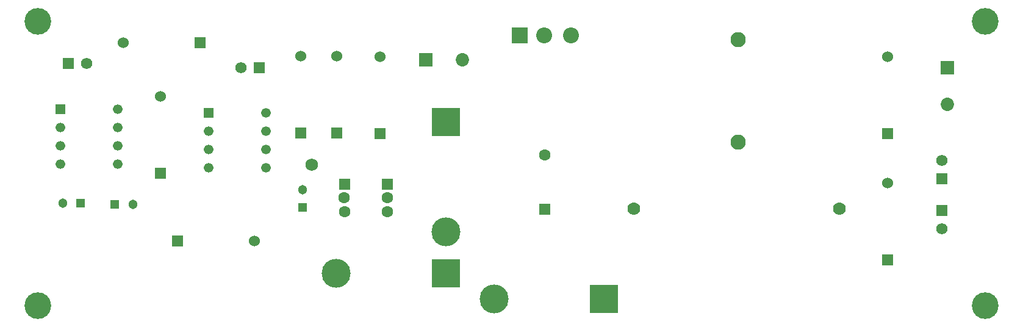
<source format=gbs>
G04*
G04 #@! TF.GenerationSoftware,Altium Limited,Altium Designer,23.7.1 (13)*
G04*
G04 Layer_Color=16711935*
%FSLAX44Y44*%
%MOMM*%
G71*
G04*
G04 #@! TF.SameCoordinates,A07C0687-F844-4A61-819B-523DF58B2253*
G04*
G04*
G04 #@! TF.FilePolarity,Negative*
G04*
G01*
G75*
%ADD14C,1.7782*%
%ADD15C,2.1082*%
%ADD16C,2.2132*%
%ADD17R,2.2132X2.2132*%
%ADD18C,1.5240*%
%ADD19R,1.5240X1.5240*%
%ADD20C,1.5732*%
%ADD21R,1.5732X1.5732*%
%ADD22R,1.5240X1.5240*%
%ADD23C,1.6032*%
%ADD24R,1.6032X1.6032*%
%ADD25C,3.7032*%
%ADD26R,4.0132X4.0132*%
%ADD27C,4.0132*%
%ADD28C,1.7272*%
%ADD29R,1.8532X1.8532*%
%ADD30C,1.8532*%
%ADD31R,4.0132X4.0132*%
%ADD32R,1.3032X1.3032*%
%ADD33C,1.3032*%
%ADD34R,1.8532X1.8532*%
%ADD35C,1.3332*%
%ADD36R,1.3332X1.3332*%
%ADD37R,1.5732X1.5732*%
%ADD38R,1.3032X1.3032*%
D14*
X1143000Y165000D02*
D03*
X857000D02*
D03*
D15*
X1001900Y257440D02*
D03*
Y399680D02*
D03*
D16*
X770000Y405000D02*
D03*
X733170D02*
D03*
D17*
X698880D02*
D03*
D18*
X505000Y375880D02*
D03*
X445000Y376680D02*
D03*
X395000D02*
D03*
X1210000Y375880D02*
D03*
X149120Y395000D02*
D03*
X200000Y320880D02*
D03*
X1210000Y200880D02*
D03*
X330880Y120000D02*
D03*
D19*
X505000Y269200D02*
D03*
X445000Y270000D02*
D03*
X395000D02*
D03*
X1210000Y269200D02*
D03*
X200000Y214200D02*
D03*
X1210000Y94200D02*
D03*
D20*
X1285000Y137300D02*
D03*
X1284730Y232200D02*
D03*
X97660Y366660D02*
D03*
X312290Y360310D02*
D03*
D21*
X1285000Y162700D02*
D03*
X1284730Y206800D02*
D03*
D22*
X255800Y395000D02*
D03*
X224200Y120000D02*
D03*
D23*
X455800Y160920D02*
D03*
X455600Y179970D02*
D03*
X515290D02*
D03*
X515490Y160920D02*
D03*
X733930Y239060D02*
D03*
D24*
X455800Y199020D02*
D03*
X515490D02*
D03*
X733930Y164060D02*
D03*
D25*
X1345000Y425000D02*
D03*
Y30000D02*
D03*
X30000D02*
D03*
Y425000D02*
D03*
D26*
X596200Y75000D02*
D03*
X816200Y40000D02*
D03*
D27*
X443800Y75000D02*
D03*
X663800Y40000D02*
D03*
X596770Y132980D02*
D03*
D28*
X410080Y225690D02*
D03*
D29*
X568830Y371740D02*
D03*
D30*
X619630D02*
D03*
X1292350Y309670D02*
D03*
D31*
X596770Y285380D02*
D03*
D32*
X397380Y166400D02*
D03*
D33*
Y191400D02*
D03*
X64840Y172350D02*
D03*
X162230Y171080D02*
D03*
D34*
X1292350Y360470D02*
D03*
D35*
X141170Y303160D02*
D03*
Y277760D02*
D03*
Y252360D02*
D03*
Y226960D02*
D03*
X61770D02*
D03*
Y252360D02*
D03*
Y277760D02*
D03*
X346910Y298080D02*
D03*
Y272680D02*
D03*
Y247280D02*
D03*
Y221880D02*
D03*
X267510D02*
D03*
Y247280D02*
D03*
Y272680D02*
D03*
D36*
X61770Y303160D02*
D03*
X267510Y298080D02*
D03*
D37*
X72260Y366660D02*
D03*
X337690Y360310D02*
D03*
D38*
X89840Y172350D02*
D03*
X137230Y171080D02*
D03*
M02*

</source>
